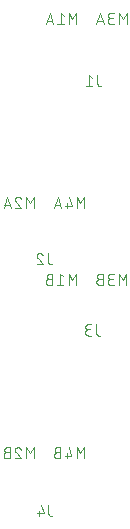
<source format=gbr>
G04 EAGLE Gerber RS-274X export*
G75*
%MOMM*%
%FSLAX34Y34*%
%LPD*%
%INSilkscreen Bottom*%
%IPPOS*%
%AMOC8*
5,1,8,0,0,1.08239X$1,22.5*%
G01*
%ADD10C,0.076200*%


D10*
X95386Y421179D02*
X95386Y413869D01*
X95387Y413869D02*
X95389Y413780D01*
X95395Y413692D01*
X95404Y413604D01*
X95417Y413516D01*
X95434Y413429D01*
X95454Y413343D01*
X95479Y413258D01*
X95506Y413173D01*
X95538Y413090D01*
X95572Y413009D01*
X95611Y412929D01*
X95652Y412851D01*
X95697Y412774D01*
X95745Y412700D01*
X95796Y412627D01*
X95850Y412557D01*
X95908Y412490D01*
X95968Y412424D01*
X96030Y412362D01*
X96096Y412302D01*
X96163Y412244D01*
X96233Y412190D01*
X96306Y412139D01*
X96380Y412091D01*
X96457Y412046D01*
X96535Y412005D01*
X96615Y411966D01*
X96696Y411932D01*
X96779Y411900D01*
X96864Y411873D01*
X96949Y411848D01*
X97035Y411828D01*
X97122Y411811D01*
X97210Y411798D01*
X97298Y411789D01*
X97386Y411783D01*
X97475Y411781D01*
X98519Y411781D01*
X91195Y419091D02*
X88584Y421179D01*
X88584Y411781D01*
X85974Y411781D02*
X91195Y411781D01*
X94386Y210179D02*
X94386Y202869D01*
X94387Y202869D02*
X94389Y202780D01*
X94395Y202692D01*
X94404Y202604D01*
X94417Y202516D01*
X94434Y202429D01*
X94454Y202343D01*
X94479Y202258D01*
X94506Y202173D01*
X94538Y202090D01*
X94572Y202009D01*
X94611Y201929D01*
X94652Y201851D01*
X94697Y201774D01*
X94745Y201700D01*
X94796Y201627D01*
X94850Y201557D01*
X94908Y201490D01*
X94968Y201424D01*
X95030Y201362D01*
X95096Y201302D01*
X95163Y201244D01*
X95233Y201190D01*
X95306Y201139D01*
X95380Y201091D01*
X95457Y201046D01*
X95535Y201005D01*
X95615Y200966D01*
X95696Y200932D01*
X95779Y200900D01*
X95864Y200873D01*
X95949Y200848D01*
X96035Y200828D01*
X96122Y200811D01*
X96210Y200798D01*
X96298Y200789D01*
X96386Y200783D01*
X96475Y200781D01*
X97519Y200781D01*
X90195Y200781D02*
X87584Y200781D01*
X87483Y200783D01*
X87382Y200789D01*
X87281Y200799D01*
X87181Y200812D01*
X87081Y200830D01*
X86982Y200851D01*
X86884Y200877D01*
X86787Y200906D01*
X86691Y200938D01*
X86597Y200975D01*
X86504Y201015D01*
X86412Y201059D01*
X86323Y201106D01*
X86235Y201157D01*
X86149Y201211D01*
X86066Y201268D01*
X85984Y201328D01*
X85906Y201392D01*
X85829Y201458D01*
X85756Y201528D01*
X85685Y201600D01*
X85617Y201675D01*
X85552Y201753D01*
X85490Y201833D01*
X85431Y201915D01*
X85375Y202000D01*
X85323Y202087D01*
X85274Y202175D01*
X85228Y202266D01*
X85187Y202358D01*
X85148Y202452D01*
X85114Y202547D01*
X85083Y202643D01*
X85056Y202741D01*
X85032Y202839D01*
X85013Y202939D01*
X84997Y203039D01*
X84985Y203139D01*
X84977Y203240D01*
X84973Y203341D01*
X84973Y203443D01*
X84977Y203544D01*
X84985Y203645D01*
X84997Y203745D01*
X85013Y203845D01*
X85032Y203945D01*
X85056Y204043D01*
X85083Y204141D01*
X85114Y204237D01*
X85148Y204332D01*
X85187Y204426D01*
X85228Y204518D01*
X85274Y204609D01*
X85323Y204698D01*
X85375Y204784D01*
X85431Y204869D01*
X85490Y204951D01*
X85552Y205031D01*
X85617Y205109D01*
X85685Y205184D01*
X85756Y205256D01*
X85829Y205326D01*
X85906Y205392D01*
X85984Y205456D01*
X86066Y205516D01*
X86149Y205573D01*
X86235Y205627D01*
X86323Y205678D01*
X86412Y205725D01*
X86504Y205769D01*
X86597Y205809D01*
X86691Y205846D01*
X86787Y205878D01*
X86884Y205907D01*
X86982Y205933D01*
X87081Y205954D01*
X87181Y205972D01*
X87281Y205985D01*
X87382Y205995D01*
X87483Y206001D01*
X87584Y206003D01*
X87062Y210179D02*
X90195Y210179D01*
X87062Y210179D02*
X86972Y210177D01*
X86883Y210171D01*
X86793Y210162D01*
X86704Y210148D01*
X86616Y210131D01*
X86529Y210110D01*
X86442Y210085D01*
X86357Y210056D01*
X86273Y210024D01*
X86191Y209989D01*
X86110Y209949D01*
X86031Y209907D01*
X85954Y209861D01*
X85879Y209811D01*
X85806Y209759D01*
X85735Y209703D01*
X85667Y209645D01*
X85602Y209583D01*
X85539Y209519D01*
X85479Y209452D01*
X85422Y209383D01*
X85368Y209311D01*
X85317Y209237D01*
X85269Y209161D01*
X85225Y209083D01*
X85184Y209003D01*
X85146Y208921D01*
X85112Y208838D01*
X85082Y208753D01*
X85055Y208667D01*
X85032Y208581D01*
X85013Y208493D01*
X84998Y208404D01*
X84986Y208315D01*
X84978Y208226D01*
X84974Y208136D01*
X84974Y208046D01*
X84978Y207956D01*
X84986Y207867D01*
X84998Y207778D01*
X85013Y207689D01*
X85032Y207601D01*
X85055Y207515D01*
X85082Y207429D01*
X85112Y207344D01*
X85146Y207261D01*
X85184Y207179D01*
X85225Y207099D01*
X85269Y207021D01*
X85317Y206945D01*
X85368Y206871D01*
X85422Y206799D01*
X85479Y206730D01*
X85539Y206663D01*
X85602Y206599D01*
X85667Y206537D01*
X85735Y206479D01*
X85806Y206423D01*
X85879Y206371D01*
X85954Y206321D01*
X86031Y206275D01*
X86110Y206233D01*
X86191Y206193D01*
X86273Y206158D01*
X86357Y206126D01*
X86442Y206097D01*
X86529Y206072D01*
X86616Y206051D01*
X86704Y206034D01*
X86793Y206020D01*
X86883Y206011D01*
X86972Y206005D01*
X87062Y206003D01*
X87062Y206002D02*
X89150Y206002D01*
X53386Y263369D02*
X53386Y270679D01*
X53387Y263369D02*
X53389Y263280D01*
X53395Y263192D01*
X53404Y263104D01*
X53417Y263016D01*
X53434Y262929D01*
X53454Y262843D01*
X53479Y262758D01*
X53506Y262673D01*
X53538Y262590D01*
X53572Y262509D01*
X53611Y262429D01*
X53652Y262351D01*
X53697Y262274D01*
X53745Y262200D01*
X53796Y262127D01*
X53850Y262057D01*
X53908Y261990D01*
X53968Y261924D01*
X54030Y261862D01*
X54096Y261802D01*
X54163Y261744D01*
X54233Y261690D01*
X54306Y261639D01*
X54380Y261591D01*
X54457Y261546D01*
X54535Y261505D01*
X54615Y261466D01*
X54696Y261432D01*
X54779Y261400D01*
X54864Y261373D01*
X54949Y261348D01*
X55035Y261328D01*
X55122Y261311D01*
X55210Y261298D01*
X55298Y261289D01*
X55386Y261283D01*
X55475Y261281D01*
X56519Y261281D01*
X46323Y270680D02*
X46228Y270678D01*
X46134Y270672D01*
X46040Y270663D01*
X45946Y270650D01*
X45853Y270633D01*
X45761Y270612D01*
X45669Y270587D01*
X45579Y270559D01*
X45490Y270527D01*
X45402Y270492D01*
X45316Y270453D01*
X45231Y270411D01*
X45148Y270365D01*
X45067Y270316D01*
X44988Y270264D01*
X44911Y270209D01*
X44837Y270150D01*
X44765Y270089D01*
X44695Y270025D01*
X44628Y269958D01*
X44564Y269888D01*
X44503Y269816D01*
X44444Y269742D01*
X44389Y269665D01*
X44337Y269586D01*
X44288Y269505D01*
X44242Y269422D01*
X44200Y269337D01*
X44161Y269251D01*
X44126Y269163D01*
X44094Y269074D01*
X44066Y268984D01*
X44041Y268892D01*
X44020Y268800D01*
X44003Y268707D01*
X43990Y268613D01*
X43981Y268519D01*
X43975Y268425D01*
X43973Y268330D01*
X46323Y270679D02*
X46431Y270677D01*
X46540Y270671D01*
X46648Y270661D01*
X46755Y270648D01*
X46862Y270630D01*
X46969Y270609D01*
X47074Y270584D01*
X47179Y270555D01*
X47282Y270523D01*
X47384Y270486D01*
X47485Y270446D01*
X47584Y270403D01*
X47682Y270356D01*
X47778Y270305D01*
X47872Y270251D01*
X47964Y270194D01*
X48054Y270133D01*
X48142Y270069D01*
X48227Y270003D01*
X48310Y269933D01*
X48390Y269860D01*
X48468Y269784D01*
X48543Y269706D01*
X48615Y269625D01*
X48684Y269541D01*
X48750Y269455D01*
X48813Y269367D01*
X48872Y269276D01*
X48929Y269184D01*
X48982Y269089D01*
X49031Y268992D01*
X49077Y268894D01*
X49120Y268795D01*
X49159Y268693D01*
X49194Y268591D01*
X44756Y266502D02*
X44687Y266571D01*
X44621Y266642D01*
X44557Y266715D01*
X44496Y266791D01*
X44438Y266870D01*
X44384Y266950D01*
X44332Y267033D01*
X44284Y267117D01*
X44238Y267203D01*
X44197Y267291D01*
X44158Y267381D01*
X44123Y267472D01*
X44092Y267564D01*
X44064Y267657D01*
X44040Y267751D01*
X44020Y267846D01*
X44003Y267942D01*
X43990Y268039D01*
X43981Y268136D01*
X43975Y268233D01*
X43973Y268330D01*
X44757Y266502D02*
X49195Y261281D01*
X43974Y261281D01*
X77319Y464431D02*
X77319Y473829D01*
X74186Y468608D01*
X71054Y473829D01*
X71054Y464431D01*
X66739Y471741D02*
X64128Y473829D01*
X64128Y464431D01*
X66739Y464431D02*
X61517Y464431D01*
X58117Y464431D02*
X54984Y473829D01*
X51851Y464431D01*
X52635Y466781D02*
X57334Y466781D01*
X120019Y464431D02*
X120019Y473829D01*
X116886Y468608D01*
X113754Y473829D01*
X113754Y464431D01*
X109439Y464431D02*
X106828Y464431D01*
X106727Y464433D01*
X106626Y464439D01*
X106525Y464449D01*
X106425Y464462D01*
X106325Y464480D01*
X106226Y464501D01*
X106128Y464527D01*
X106031Y464556D01*
X105935Y464588D01*
X105841Y464625D01*
X105748Y464665D01*
X105656Y464709D01*
X105567Y464756D01*
X105479Y464807D01*
X105393Y464861D01*
X105310Y464918D01*
X105228Y464978D01*
X105150Y465042D01*
X105073Y465108D01*
X105000Y465178D01*
X104929Y465250D01*
X104861Y465325D01*
X104796Y465403D01*
X104734Y465483D01*
X104675Y465565D01*
X104619Y465650D01*
X104567Y465737D01*
X104518Y465825D01*
X104472Y465916D01*
X104431Y466008D01*
X104392Y466102D01*
X104358Y466197D01*
X104327Y466293D01*
X104300Y466391D01*
X104276Y466489D01*
X104257Y466589D01*
X104241Y466689D01*
X104229Y466789D01*
X104221Y466890D01*
X104217Y466991D01*
X104217Y467093D01*
X104221Y467194D01*
X104229Y467295D01*
X104241Y467395D01*
X104257Y467495D01*
X104276Y467595D01*
X104300Y467693D01*
X104327Y467791D01*
X104358Y467887D01*
X104392Y467982D01*
X104431Y468076D01*
X104472Y468168D01*
X104518Y468259D01*
X104567Y468348D01*
X104619Y468434D01*
X104675Y468519D01*
X104734Y468601D01*
X104796Y468681D01*
X104861Y468759D01*
X104929Y468834D01*
X105000Y468906D01*
X105073Y468976D01*
X105150Y469042D01*
X105228Y469106D01*
X105310Y469166D01*
X105393Y469223D01*
X105479Y469277D01*
X105567Y469328D01*
X105656Y469375D01*
X105748Y469419D01*
X105841Y469459D01*
X105935Y469496D01*
X106031Y469528D01*
X106128Y469557D01*
X106226Y469583D01*
X106325Y469604D01*
X106425Y469622D01*
X106525Y469635D01*
X106626Y469645D01*
X106727Y469651D01*
X106828Y469653D01*
X106306Y473829D02*
X109439Y473829D01*
X106306Y473829D02*
X106216Y473827D01*
X106127Y473821D01*
X106037Y473812D01*
X105948Y473798D01*
X105860Y473781D01*
X105773Y473760D01*
X105686Y473735D01*
X105601Y473706D01*
X105517Y473674D01*
X105435Y473639D01*
X105354Y473599D01*
X105275Y473557D01*
X105198Y473511D01*
X105123Y473461D01*
X105050Y473409D01*
X104979Y473353D01*
X104911Y473295D01*
X104846Y473233D01*
X104783Y473169D01*
X104723Y473102D01*
X104666Y473033D01*
X104612Y472961D01*
X104561Y472887D01*
X104513Y472811D01*
X104469Y472733D01*
X104428Y472653D01*
X104390Y472571D01*
X104356Y472488D01*
X104326Y472403D01*
X104299Y472317D01*
X104276Y472231D01*
X104257Y472143D01*
X104242Y472054D01*
X104230Y471965D01*
X104222Y471876D01*
X104218Y471786D01*
X104218Y471696D01*
X104222Y471606D01*
X104230Y471517D01*
X104242Y471428D01*
X104257Y471339D01*
X104276Y471251D01*
X104299Y471165D01*
X104326Y471079D01*
X104356Y470994D01*
X104390Y470911D01*
X104428Y470829D01*
X104469Y470749D01*
X104513Y470671D01*
X104561Y470595D01*
X104612Y470521D01*
X104666Y470449D01*
X104723Y470380D01*
X104783Y470313D01*
X104846Y470249D01*
X104911Y470187D01*
X104979Y470129D01*
X105050Y470073D01*
X105123Y470021D01*
X105198Y469971D01*
X105275Y469925D01*
X105354Y469883D01*
X105435Y469843D01*
X105517Y469808D01*
X105601Y469776D01*
X105686Y469747D01*
X105773Y469722D01*
X105860Y469701D01*
X105948Y469684D01*
X106037Y469670D01*
X106127Y469661D01*
X106216Y469655D01*
X106306Y469653D01*
X106306Y469652D02*
X108394Y469652D01*
X100817Y464431D02*
X97684Y473829D01*
X94551Y464431D01*
X95335Y466781D02*
X100034Y466781D01*
X41369Y318079D02*
X41369Y308681D01*
X38236Y312858D02*
X41369Y318079D01*
X38236Y312858D02*
X35104Y318079D01*
X35104Y308681D01*
X27917Y318080D02*
X27822Y318078D01*
X27728Y318072D01*
X27634Y318063D01*
X27540Y318050D01*
X27447Y318033D01*
X27355Y318012D01*
X27263Y317987D01*
X27173Y317959D01*
X27084Y317927D01*
X26996Y317892D01*
X26910Y317853D01*
X26825Y317811D01*
X26742Y317765D01*
X26661Y317716D01*
X26582Y317664D01*
X26505Y317609D01*
X26431Y317550D01*
X26359Y317489D01*
X26289Y317425D01*
X26222Y317358D01*
X26158Y317288D01*
X26097Y317216D01*
X26038Y317142D01*
X25983Y317065D01*
X25931Y316986D01*
X25882Y316905D01*
X25836Y316822D01*
X25794Y316737D01*
X25755Y316651D01*
X25720Y316563D01*
X25688Y316474D01*
X25660Y316384D01*
X25635Y316292D01*
X25614Y316200D01*
X25597Y316107D01*
X25584Y316013D01*
X25575Y315919D01*
X25569Y315825D01*
X25567Y315730D01*
X27917Y318079D02*
X28025Y318077D01*
X28134Y318071D01*
X28242Y318061D01*
X28349Y318048D01*
X28456Y318030D01*
X28563Y318009D01*
X28668Y317984D01*
X28773Y317955D01*
X28876Y317923D01*
X28978Y317886D01*
X29079Y317846D01*
X29178Y317803D01*
X29276Y317756D01*
X29372Y317705D01*
X29466Y317651D01*
X29558Y317594D01*
X29648Y317533D01*
X29736Y317469D01*
X29821Y317403D01*
X29904Y317333D01*
X29984Y317260D01*
X30062Y317184D01*
X30137Y317106D01*
X30209Y317025D01*
X30278Y316941D01*
X30344Y316855D01*
X30407Y316767D01*
X30466Y316676D01*
X30523Y316584D01*
X30576Y316489D01*
X30625Y316392D01*
X30671Y316294D01*
X30714Y316195D01*
X30753Y316093D01*
X30788Y315991D01*
X26350Y313902D02*
X26281Y313971D01*
X26215Y314042D01*
X26151Y314115D01*
X26090Y314191D01*
X26032Y314270D01*
X25978Y314350D01*
X25926Y314433D01*
X25878Y314517D01*
X25832Y314603D01*
X25791Y314691D01*
X25752Y314781D01*
X25717Y314872D01*
X25686Y314964D01*
X25658Y315057D01*
X25634Y315151D01*
X25614Y315246D01*
X25597Y315342D01*
X25584Y315439D01*
X25575Y315536D01*
X25569Y315633D01*
X25567Y315730D01*
X26351Y313902D02*
X30789Y308681D01*
X25567Y308681D01*
X22167Y308681D02*
X19034Y318079D01*
X15901Y308681D01*
X16685Y311031D02*
X21384Y311031D01*
X84069Y308681D02*
X84069Y318079D01*
X80936Y312858D01*
X77804Y318079D01*
X77804Y308681D01*
X73489Y310769D02*
X71400Y318079D01*
X73489Y310769D02*
X68267Y310769D01*
X69834Y308681D02*
X69834Y312858D01*
X64867Y308681D02*
X61734Y318079D01*
X58601Y308681D01*
X59385Y311031D02*
X64084Y311031D01*
X77233Y252879D02*
X77233Y243481D01*
X74100Y247658D02*
X77233Y252879D01*
X74100Y247658D02*
X70968Y252879D01*
X70968Y243481D01*
X66652Y250791D02*
X64042Y252879D01*
X64042Y243481D01*
X66652Y243481D02*
X61431Y243481D01*
X57072Y248702D02*
X54462Y248702D01*
X54462Y248703D02*
X54361Y248701D01*
X54260Y248695D01*
X54159Y248685D01*
X54059Y248672D01*
X53959Y248654D01*
X53860Y248633D01*
X53762Y248607D01*
X53665Y248578D01*
X53569Y248546D01*
X53475Y248509D01*
X53382Y248469D01*
X53290Y248425D01*
X53201Y248378D01*
X53113Y248327D01*
X53027Y248273D01*
X52944Y248216D01*
X52862Y248156D01*
X52784Y248092D01*
X52707Y248026D01*
X52634Y247956D01*
X52563Y247884D01*
X52495Y247809D01*
X52430Y247731D01*
X52368Y247651D01*
X52309Y247569D01*
X52253Y247484D01*
X52201Y247398D01*
X52152Y247309D01*
X52106Y247218D01*
X52065Y247126D01*
X52026Y247032D01*
X51992Y246937D01*
X51961Y246841D01*
X51934Y246743D01*
X51910Y246645D01*
X51891Y246545D01*
X51875Y246445D01*
X51863Y246345D01*
X51855Y246244D01*
X51851Y246143D01*
X51851Y246041D01*
X51855Y245940D01*
X51863Y245839D01*
X51875Y245739D01*
X51891Y245639D01*
X51910Y245539D01*
X51934Y245441D01*
X51961Y245343D01*
X51992Y245247D01*
X52026Y245152D01*
X52065Y245058D01*
X52106Y244966D01*
X52152Y244875D01*
X52201Y244787D01*
X52253Y244700D01*
X52309Y244615D01*
X52368Y244533D01*
X52430Y244453D01*
X52495Y244375D01*
X52563Y244300D01*
X52634Y244228D01*
X52707Y244158D01*
X52784Y244092D01*
X52862Y244028D01*
X52944Y243968D01*
X53027Y243911D01*
X53113Y243857D01*
X53201Y243806D01*
X53290Y243759D01*
X53382Y243715D01*
X53475Y243675D01*
X53569Y243638D01*
X53665Y243606D01*
X53762Y243577D01*
X53860Y243551D01*
X53959Y243530D01*
X54059Y243512D01*
X54159Y243499D01*
X54260Y243489D01*
X54361Y243483D01*
X54462Y243481D01*
X57072Y243481D01*
X57072Y252879D01*
X54462Y252879D01*
X54372Y252877D01*
X54283Y252871D01*
X54193Y252862D01*
X54104Y252848D01*
X54016Y252831D01*
X53929Y252810D01*
X53842Y252785D01*
X53757Y252756D01*
X53673Y252724D01*
X53591Y252689D01*
X53510Y252649D01*
X53431Y252607D01*
X53354Y252561D01*
X53279Y252511D01*
X53206Y252459D01*
X53135Y252403D01*
X53067Y252345D01*
X53002Y252283D01*
X52939Y252219D01*
X52879Y252152D01*
X52822Y252083D01*
X52768Y252011D01*
X52717Y251937D01*
X52669Y251861D01*
X52625Y251783D01*
X52584Y251703D01*
X52546Y251621D01*
X52512Y251538D01*
X52482Y251453D01*
X52455Y251367D01*
X52432Y251281D01*
X52413Y251193D01*
X52398Y251104D01*
X52386Y251015D01*
X52378Y250926D01*
X52374Y250836D01*
X52374Y250746D01*
X52378Y250656D01*
X52386Y250567D01*
X52398Y250478D01*
X52413Y250389D01*
X52432Y250301D01*
X52455Y250215D01*
X52482Y250129D01*
X52512Y250044D01*
X52546Y249961D01*
X52584Y249879D01*
X52625Y249799D01*
X52669Y249721D01*
X52717Y249645D01*
X52768Y249571D01*
X52822Y249499D01*
X52879Y249430D01*
X52939Y249363D01*
X53002Y249299D01*
X53067Y249237D01*
X53135Y249179D01*
X53206Y249123D01*
X53279Y249071D01*
X53354Y249021D01*
X53431Y248975D01*
X53510Y248933D01*
X53591Y248893D01*
X53673Y248858D01*
X53757Y248826D01*
X53842Y248797D01*
X53929Y248772D01*
X54016Y248751D01*
X54104Y248734D01*
X54193Y248720D01*
X54283Y248711D01*
X54372Y248705D01*
X54462Y248703D01*
X119933Y252879D02*
X119933Y243481D01*
X116800Y247658D02*
X119933Y252879D01*
X116800Y247658D02*
X113668Y252879D01*
X113668Y243481D01*
X109352Y243481D02*
X106742Y243481D01*
X106641Y243483D01*
X106540Y243489D01*
X106439Y243499D01*
X106339Y243512D01*
X106239Y243530D01*
X106140Y243551D01*
X106042Y243577D01*
X105945Y243606D01*
X105849Y243638D01*
X105755Y243675D01*
X105662Y243715D01*
X105570Y243759D01*
X105481Y243806D01*
X105393Y243857D01*
X105307Y243911D01*
X105224Y243968D01*
X105142Y244028D01*
X105064Y244092D01*
X104987Y244158D01*
X104914Y244228D01*
X104843Y244300D01*
X104775Y244375D01*
X104710Y244453D01*
X104648Y244533D01*
X104589Y244615D01*
X104533Y244700D01*
X104481Y244787D01*
X104432Y244875D01*
X104386Y244966D01*
X104345Y245058D01*
X104306Y245152D01*
X104272Y245247D01*
X104241Y245343D01*
X104214Y245441D01*
X104190Y245539D01*
X104171Y245639D01*
X104155Y245739D01*
X104143Y245839D01*
X104135Y245940D01*
X104131Y246041D01*
X104131Y246143D01*
X104135Y246244D01*
X104143Y246345D01*
X104155Y246445D01*
X104171Y246545D01*
X104190Y246645D01*
X104214Y246743D01*
X104241Y246841D01*
X104272Y246937D01*
X104306Y247032D01*
X104345Y247126D01*
X104386Y247218D01*
X104432Y247309D01*
X104481Y247398D01*
X104533Y247484D01*
X104589Y247569D01*
X104648Y247651D01*
X104710Y247731D01*
X104775Y247809D01*
X104843Y247884D01*
X104914Y247956D01*
X104987Y248026D01*
X105064Y248092D01*
X105142Y248156D01*
X105224Y248216D01*
X105307Y248273D01*
X105393Y248327D01*
X105481Y248378D01*
X105570Y248425D01*
X105662Y248469D01*
X105755Y248509D01*
X105849Y248546D01*
X105945Y248578D01*
X106042Y248607D01*
X106140Y248633D01*
X106239Y248654D01*
X106339Y248672D01*
X106439Y248685D01*
X106540Y248695D01*
X106641Y248701D01*
X106742Y248703D01*
X106220Y252879D02*
X109352Y252879D01*
X106220Y252879D02*
X106130Y252877D01*
X106041Y252871D01*
X105951Y252862D01*
X105862Y252848D01*
X105774Y252831D01*
X105687Y252810D01*
X105600Y252785D01*
X105515Y252756D01*
X105431Y252724D01*
X105349Y252689D01*
X105268Y252649D01*
X105189Y252607D01*
X105112Y252561D01*
X105037Y252511D01*
X104964Y252459D01*
X104893Y252403D01*
X104825Y252345D01*
X104760Y252283D01*
X104697Y252219D01*
X104637Y252152D01*
X104580Y252083D01*
X104526Y252011D01*
X104475Y251937D01*
X104427Y251861D01*
X104383Y251783D01*
X104342Y251703D01*
X104304Y251621D01*
X104270Y251538D01*
X104240Y251453D01*
X104213Y251367D01*
X104190Y251281D01*
X104171Y251193D01*
X104156Y251104D01*
X104144Y251015D01*
X104136Y250926D01*
X104132Y250836D01*
X104132Y250746D01*
X104136Y250656D01*
X104144Y250567D01*
X104156Y250478D01*
X104171Y250389D01*
X104190Y250301D01*
X104213Y250215D01*
X104240Y250129D01*
X104270Y250044D01*
X104304Y249961D01*
X104342Y249879D01*
X104383Y249799D01*
X104427Y249721D01*
X104475Y249645D01*
X104526Y249571D01*
X104580Y249499D01*
X104637Y249430D01*
X104697Y249363D01*
X104760Y249299D01*
X104825Y249237D01*
X104893Y249179D01*
X104964Y249123D01*
X105037Y249071D01*
X105112Y249021D01*
X105189Y248975D01*
X105268Y248933D01*
X105349Y248893D01*
X105431Y248858D01*
X105515Y248826D01*
X105600Y248797D01*
X105687Y248772D01*
X105774Y248751D01*
X105862Y248734D01*
X105951Y248720D01*
X106041Y248711D01*
X106130Y248705D01*
X106220Y248703D01*
X106220Y248702D02*
X108308Y248702D01*
X99772Y248702D02*
X97162Y248702D01*
X97162Y248703D02*
X97061Y248701D01*
X96960Y248695D01*
X96859Y248685D01*
X96759Y248672D01*
X96659Y248654D01*
X96560Y248633D01*
X96462Y248607D01*
X96365Y248578D01*
X96269Y248546D01*
X96175Y248509D01*
X96082Y248469D01*
X95990Y248425D01*
X95901Y248378D01*
X95813Y248327D01*
X95727Y248273D01*
X95644Y248216D01*
X95562Y248156D01*
X95484Y248092D01*
X95407Y248026D01*
X95334Y247956D01*
X95263Y247884D01*
X95195Y247809D01*
X95130Y247731D01*
X95068Y247651D01*
X95009Y247569D01*
X94953Y247484D01*
X94901Y247398D01*
X94852Y247309D01*
X94806Y247218D01*
X94765Y247126D01*
X94726Y247032D01*
X94692Y246937D01*
X94661Y246841D01*
X94634Y246743D01*
X94610Y246645D01*
X94591Y246545D01*
X94575Y246445D01*
X94563Y246345D01*
X94555Y246244D01*
X94551Y246143D01*
X94551Y246041D01*
X94555Y245940D01*
X94563Y245839D01*
X94575Y245739D01*
X94591Y245639D01*
X94610Y245539D01*
X94634Y245441D01*
X94661Y245343D01*
X94692Y245247D01*
X94726Y245152D01*
X94765Y245058D01*
X94806Y244966D01*
X94852Y244875D01*
X94901Y244787D01*
X94953Y244700D01*
X95009Y244615D01*
X95068Y244533D01*
X95130Y244453D01*
X95195Y244375D01*
X95263Y244300D01*
X95334Y244228D01*
X95407Y244158D01*
X95484Y244092D01*
X95562Y244028D01*
X95644Y243968D01*
X95727Y243911D01*
X95813Y243857D01*
X95901Y243806D01*
X95990Y243759D01*
X96082Y243715D01*
X96175Y243675D01*
X96269Y243638D01*
X96365Y243606D01*
X96462Y243577D01*
X96560Y243551D01*
X96659Y243530D01*
X96759Y243512D01*
X96859Y243499D01*
X96960Y243489D01*
X97061Y243483D01*
X97162Y243481D01*
X99772Y243481D01*
X99772Y252879D01*
X97162Y252879D01*
X97072Y252877D01*
X96983Y252871D01*
X96893Y252862D01*
X96804Y252848D01*
X96716Y252831D01*
X96629Y252810D01*
X96542Y252785D01*
X96457Y252756D01*
X96373Y252724D01*
X96291Y252689D01*
X96210Y252649D01*
X96131Y252607D01*
X96054Y252561D01*
X95979Y252511D01*
X95906Y252459D01*
X95835Y252403D01*
X95767Y252345D01*
X95702Y252283D01*
X95639Y252219D01*
X95579Y252152D01*
X95522Y252083D01*
X95468Y252011D01*
X95417Y251937D01*
X95369Y251861D01*
X95325Y251783D01*
X95284Y251703D01*
X95246Y251621D01*
X95212Y251538D01*
X95182Y251453D01*
X95155Y251367D01*
X95132Y251281D01*
X95113Y251193D01*
X95098Y251104D01*
X95086Y251015D01*
X95078Y250926D01*
X95074Y250836D01*
X95074Y250746D01*
X95078Y250656D01*
X95086Y250567D01*
X95098Y250478D01*
X95113Y250389D01*
X95132Y250301D01*
X95155Y250215D01*
X95182Y250129D01*
X95212Y250044D01*
X95246Y249961D01*
X95284Y249879D01*
X95325Y249799D01*
X95369Y249721D01*
X95417Y249645D01*
X95468Y249571D01*
X95522Y249499D01*
X95579Y249430D01*
X95639Y249363D01*
X95702Y249299D01*
X95767Y249237D01*
X95835Y249179D01*
X95906Y249123D01*
X95979Y249071D01*
X96054Y249021D01*
X96131Y248975D01*
X96210Y248933D01*
X96291Y248893D01*
X96373Y248858D01*
X96457Y248826D01*
X96542Y248797D01*
X96629Y248772D01*
X96716Y248751D01*
X96804Y248734D01*
X96893Y248720D01*
X96983Y248711D01*
X97072Y248705D01*
X97162Y248703D01*
X41283Y106129D02*
X41283Y96731D01*
X38150Y100908D02*
X41283Y106129D01*
X38150Y100908D02*
X35018Y106129D01*
X35018Y96731D01*
X27831Y106130D02*
X27736Y106128D01*
X27642Y106122D01*
X27548Y106113D01*
X27454Y106100D01*
X27361Y106083D01*
X27269Y106062D01*
X27177Y106037D01*
X27087Y106009D01*
X26998Y105977D01*
X26910Y105942D01*
X26824Y105903D01*
X26739Y105861D01*
X26656Y105815D01*
X26575Y105766D01*
X26496Y105714D01*
X26419Y105659D01*
X26345Y105600D01*
X26273Y105539D01*
X26203Y105475D01*
X26136Y105408D01*
X26072Y105338D01*
X26011Y105266D01*
X25952Y105192D01*
X25897Y105115D01*
X25845Y105036D01*
X25796Y104955D01*
X25750Y104872D01*
X25708Y104787D01*
X25669Y104701D01*
X25634Y104613D01*
X25602Y104524D01*
X25574Y104434D01*
X25549Y104342D01*
X25528Y104250D01*
X25511Y104157D01*
X25498Y104063D01*
X25489Y103969D01*
X25483Y103875D01*
X25481Y103780D01*
X27831Y106129D02*
X27939Y106127D01*
X28048Y106121D01*
X28156Y106111D01*
X28263Y106098D01*
X28370Y106080D01*
X28477Y106059D01*
X28582Y106034D01*
X28687Y106005D01*
X28790Y105973D01*
X28892Y105936D01*
X28993Y105896D01*
X29092Y105853D01*
X29190Y105806D01*
X29286Y105755D01*
X29380Y105701D01*
X29472Y105644D01*
X29562Y105583D01*
X29650Y105519D01*
X29735Y105453D01*
X29818Y105383D01*
X29898Y105310D01*
X29976Y105234D01*
X30051Y105156D01*
X30123Y105075D01*
X30192Y104991D01*
X30258Y104905D01*
X30321Y104817D01*
X30380Y104726D01*
X30437Y104634D01*
X30490Y104539D01*
X30539Y104442D01*
X30585Y104344D01*
X30628Y104245D01*
X30667Y104143D01*
X30702Y104041D01*
X26264Y101952D02*
X26195Y102021D01*
X26129Y102092D01*
X26065Y102165D01*
X26004Y102241D01*
X25946Y102320D01*
X25892Y102400D01*
X25840Y102483D01*
X25792Y102567D01*
X25746Y102653D01*
X25705Y102741D01*
X25666Y102831D01*
X25631Y102922D01*
X25600Y103014D01*
X25572Y103107D01*
X25548Y103201D01*
X25528Y103296D01*
X25511Y103392D01*
X25498Y103489D01*
X25489Y103586D01*
X25483Y103683D01*
X25481Y103780D01*
X26265Y101952D02*
X30702Y96731D01*
X25481Y96731D01*
X21122Y101952D02*
X18512Y101952D01*
X18512Y101953D02*
X18411Y101951D01*
X18310Y101945D01*
X18209Y101935D01*
X18109Y101922D01*
X18009Y101904D01*
X17910Y101883D01*
X17812Y101857D01*
X17715Y101828D01*
X17619Y101796D01*
X17525Y101759D01*
X17432Y101719D01*
X17340Y101675D01*
X17251Y101628D01*
X17163Y101577D01*
X17077Y101523D01*
X16994Y101466D01*
X16912Y101406D01*
X16834Y101342D01*
X16757Y101276D01*
X16684Y101206D01*
X16613Y101134D01*
X16545Y101059D01*
X16480Y100981D01*
X16418Y100901D01*
X16359Y100819D01*
X16303Y100734D01*
X16251Y100648D01*
X16202Y100559D01*
X16156Y100468D01*
X16115Y100376D01*
X16076Y100282D01*
X16042Y100187D01*
X16011Y100091D01*
X15984Y99993D01*
X15960Y99895D01*
X15941Y99795D01*
X15925Y99695D01*
X15913Y99595D01*
X15905Y99494D01*
X15901Y99393D01*
X15901Y99291D01*
X15905Y99190D01*
X15913Y99089D01*
X15925Y98989D01*
X15941Y98889D01*
X15960Y98789D01*
X15984Y98691D01*
X16011Y98593D01*
X16042Y98497D01*
X16076Y98402D01*
X16115Y98308D01*
X16156Y98216D01*
X16202Y98125D01*
X16251Y98037D01*
X16303Y97950D01*
X16359Y97865D01*
X16418Y97783D01*
X16480Y97703D01*
X16545Y97625D01*
X16613Y97550D01*
X16684Y97478D01*
X16757Y97408D01*
X16834Y97342D01*
X16912Y97278D01*
X16994Y97218D01*
X17077Y97161D01*
X17163Y97107D01*
X17251Y97056D01*
X17340Y97009D01*
X17432Y96965D01*
X17525Y96925D01*
X17619Y96888D01*
X17715Y96856D01*
X17812Y96827D01*
X17910Y96801D01*
X18009Y96780D01*
X18109Y96762D01*
X18209Y96749D01*
X18310Y96739D01*
X18411Y96733D01*
X18512Y96731D01*
X21122Y96731D01*
X21122Y106129D01*
X18512Y106129D01*
X18422Y106127D01*
X18333Y106121D01*
X18243Y106112D01*
X18154Y106098D01*
X18066Y106081D01*
X17979Y106060D01*
X17892Y106035D01*
X17807Y106006D01*
X17723Y105974D01*
X17641Y105939D01*
X17560Y105899D01*
X17481Y105857D01*
X17404Y105811D01*
X17329Y105761D01*
X17256Y105709D01*
X17185Y105653D01*
X17117Y105595D01*
X17052Y105533D01*
X16989Y105469D01*
X16929Y105402D01*
X16872Y105333D01*
X16818Y105261D01*
X16767Y105187D01*
X16719Y105111D01*
X16675Y105033D01*
X16634Y104953D01*
X16596Y104871D01*
X16562Y104788D01*
X16532Y104703D01*
X16505Y104617D01*
X16482Y104531D01*
X16463Y104443D01*
X16448Y104354D01*
X16436Y104265D01*
X16428Y104176D01*
X16424Y104086D01*
X16424Y103996D01*
X16428Y103906D01*
X16436Y103817D01*
X16448Y103728D01*
X16463Y103639D01*
X16482Y103551D01*
X16505Y103465D01*
X16532Y103379D01*
X16562Y103294D01*
X16596Y103211D01*
X16634Y103129D01*
X16675Y103049D01*
X16719Y102971D01*
X16767Y102895D01*
X16818Y102821D01*
X16872Y102749D01*
X16929Y102680D01*
X16989Y102613D01*
X17052Y102549D01*
X17117Y102487D01*
X17185Y102429D01*
X17256Y102373D01*
X17329Y102321D01*
X17404Y102271D01*
X17481Y102225D01*
X17560Y102183D01*
X17641Y102143D01*
X17723Y102108D01*
X17807Y102076D01*
X17892Y102047D01*
X17979Y102022D01*
X18066Y102001D01*
X18154Y101984D01*
X18243Y101970D01*
X18333Y101961D01*
X18422Y101955D01*
X18512Y101953D01*
X83983Y106129D02*
X83983Y96731D01*
X80850Y100908D02*
X83983Y106129D01*
X80850Y100908D02*
X77718Y106129D01*
X77718Y96731D01*
X73402Y98819D02*
X71314Y106129D01*
X73402Y98819D02*
X68181Y98819D01*
X69748Y96731D02*
X69748Y100908D01*
X63822Y101952D02*
X61212Y101952D01*
X61212Y101953D02*
X61111Y101951D01*
X61010Y101945D01*
X60909Y101935D01*
X60809Y101922D01*
X60709Y101904D01*
X60610Y101883D01*
X60512Y101857D01*
X60415Y101828D01*
X60319Y101796D01*
X60225Y101759D01*
X60132Y101719D01*
X60040Y101675D01*
X59951Y101628D01*
X59863Y101577D01*
X59777Y101523D01*
X59694Y101466D01*
X59612Y101406D01*
X59534Y101342D01*
X59457Y101276D01*
X59384Y101206D01*
X59313Y101134D01*
X59245Y101059D01*
X59180Y100981D01*
X59118Y100901D01*
X59059Y100819D01*
X59003Y100734D01*
X58951Y100648D01*
X58902Y100559D01*
X58856Y100468D01*
X58815Y100376D01*
X58776Y100282D01*
X58742Y100187D01*
X58711Y100091D01*
X58684Y99993D01*
X58660Y99895D01*
X58641Y99795D01*
X58625Y99695D01*
X58613Y99595D01*
X58605Y99494D01*
X58601Y99393D01*
X58601Y99291D01*
X58605Y99190D01*
X58613Y99089D01*
X58625Y98989D01*
X58641Y98889D01*
X58660Y98789D01*
X58684Y98691D01*
X58711Y98593D01*
X58742Y98497D01*
X58776Y98402D01*
X58815Y98308D01*
X58856Y98216D01*
X58902Y98125D01*
X58951Y98037D01*
X59003Y97950D01*
X59059Y97865D01*
X59118Y97783D01*
X59180Y97703D01*
X59245Y97625D01*
X59313Y97550D01*
X59384Y97478D01*
X59457Y97408D01*
X59534Y97342D01*
X59612Y97278D01*
X59694Y97218D01*
X59777Y97161D01*
X59863Y97107D01*
X59951Y97056D01*
X60040Y97009D01*
X60132Y96965D01*
X60225Y96925D01*
X60319Y96888D01*
X60415Y96856D01*
X60512Y96827D01*
X60610Y96801D01*
X60709Y96780D01*
X60809Y96762D01*
X60909Y96749D01*
X61010Y96739D01*
X61111Y96733D01*
X61212Y96731D01*
X63822Y96731D01*
X63822Y106129D01*
X61212Y106129D01*
X61122Y106127D01*
X61033Y106121D01*
X60943Y106112D01*
X60854Y106098D01*
X60766Y106081D01*
X60679Y106060D01*
X60592Y106035D01*
X60507Y106006D01*
X60423Y105974D01*
X60341Y105939D01*
X60260Y105899D01*
X60181Y105857D01*
X60104Y105811D01*
X60029Y105761D01*
X59956Y105709D01*
X59885Y105653D01*
X59817Y105595D01*
X59752Y105533D01*
X59689Y105469D01*
X59629Y105402D01*
X59572Y105333D01*
X59518Y105261D01*
X59467Y105187D01*
X59419Y105111D01*
X59375Y105033D01*
X59334Y104953D01*
X59296Y104871D01*
X59262Y104788D01*
X59232Y104703D01*
X59205Y104617D01*
X59182Y104531D01*
X59163Y104443D01*
X59148Y104354D01*
X59136Y104265D01*
X59128Y104176D01*
X59124Y104086D01*
X59124Y103996D01*
X59128Y103906D01*
X59136Y103817D01*
X59148Y103728D01*
X59163Y103639D01*
X59182Y103551D01*
X59205Y103465D01*
X59232Y103379D01*
X59262Y103294D01*
X59296Y103211D01*
X59334Y103129D01*
X59375Y103049D01*
X59419Y102971D01*
X59467Y102895D01*
X59518Y102821D01*
X59572Y102749D01*
X59629Y102680D01*
X59689Y102613D01*
X59752Y102549D01*
X59817Y102487D01*
X59885Y102429D01*
X59956Y102373D01*
X60029Y102321D01*
X60104Y102271D01*
X60181Y102225D01*
X60260Y102183D01*
X60341Y102143D01*
X60423Y102108D01*
X60507Y102076D01*
X60592Y102047D01*
X60679Y102022D01*
X60766Y102001D01*
X60854Y101984D01*
X60943Y101970D01*
X61033Y101961D01*
X61122Y101955D01*
X61212Y101953D01*
X53936Y57429D02*
X53936Y50119D01*
X53937Y50119D02*
X53939Y50030D01*
X53945Y49942D01*
X53954Y49854D01*
X53967Y49766D01*
X53984Y49679D01*
X54004Y49593D01*
X54029Y49508D01*
X54056Y49423D01*
X54088Y49340D01*
X54122Y49259D01*
X54161Y49179D01*
X54202Y49101D01*
X54247Y49024D01*
X54295Y48950D01*
X54346Y48877D01*
X54400Y48807D01*
X54458Y48740D01*
X54518Y48674D01*
X54580Y48612D01*
X54646Y48552D01*
X54713Y48494D01*
X54783Y48440D01*
X54856Y48389D01*
X54930Y48341D01*
X55007Y48296D01*
X55085Y48255D01*
X55165Y48216D01*
X55246Y48182D01*
X55329Y48150D01*
X55414Y48123D01*
X55499Y48098D01*
X55585Y48078D01*
X55672Y48061D01*
X55760Y48048D01*
X55848Y48039D01*
X55936Y48033D01*
X56025Y48031D01*
X57069Y48031D01*
X49745Y50119D02*
X47656Y57429D01*
X49745Y50119D02*
X44524Y50119D01*
X46090Y52208D02*
X46090Y48031D01*
M02*

</source>
